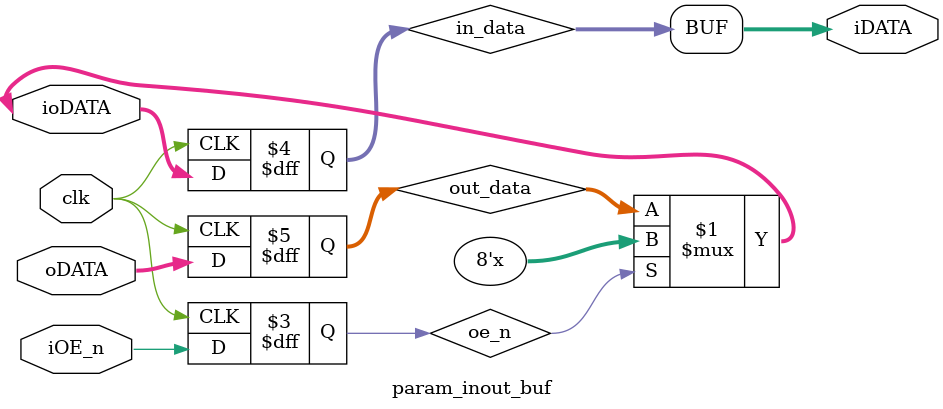
<source format=v>
/*
 * misc. logic
 */

/*
 * Copyright (C) 2012-2013 Keisuke SUZUKI
 * Licensed under the Apache License, Version 2.0
 * http://www.apache.org/licenses/LICENSE-2.0
 */

/*
 * parametalized one buffer
 *
USAGE : 
param_one_buf #(.DATA_WIDTH(32))
 param_one_buf(
        .iDATA(indata),
        .oDATA(outdata),
        .clk(clk));
 */
module param_one_buf #(parameter DATA_WIDTH = 8)
(
    input  [DATA_WIDTH-1:0] iDATA,
    output [DATA_WIDTH-1:0] oDATA,

    input clk
);

reg [DATA_WIDTH-1:0]    in_data;

assign oDATA    = in_data;

always@(posedge clk) begin
    in_data     <= iDATA;
end

endmodule


/*
 * parametalized inout buffer
 *
USAGE : 
param_inout_buf #(.DATA_WIDTH(32))
 iobuf( .ioDATA(iodata),
        .iOE(oe),
        .iDATA(indata),
        .oDATA(outdata),
        .clk(clk));
 */
module param_inout_buf #(parameter DATA_WIDTH = 8)
(
    inout  [DATA_WIDTH-1:0] ioDATA,

    input                   iOE_n,
    input  [DATA_WIDTH-1:0] oDATA,
    output [DATA_WIDTH-1:0] iDATA,

    input clk
);

reg                     oe_n;
reg [DATA_WIDTH-1:0]    in_data;
reg [DATA_WIDTH-1:0]    out_data;

assign ioDATA = (oe_n)? {DATA_WIDTH{1'bZ}} : out_data;
assign iDATA = in_data;

always@(posedge clk) begin
    oe_n        <= iOE_n;
    out_data    <= oDATA;
    in_data     <= ioDATA;
end

endmodule

</source>
